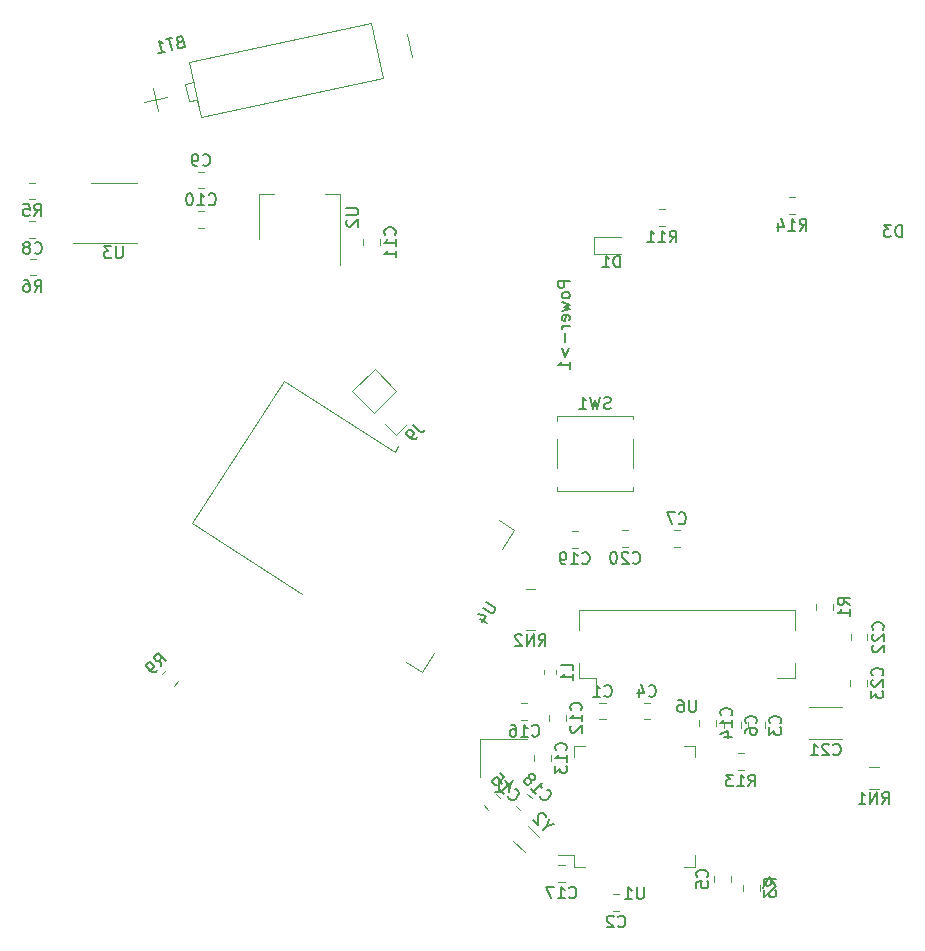
<source format=gbr>
G04 #@! TF.GenerationSoftware,KiCad,Pcbnew,5.1.2*
G04 #@! TF.CreationDate,2019-09-10T23:57:46-05:00*
G04 #@! TF.ProjectId,dragos,64726167-6f73-42e6-9b69-6361645f7063,rev?*
G04 #@! TF.SameCoordinates,Original*
G04 #@! TF.FileFunction,Legend,Bot*
G04 #@! TF.FilePolarity,Positive*
%FSLAX46Y46*%
G04 Gerber Fmt 4.6, Leading zero omitted, Abs format (unit mm)*
G04 Created by KiCad (PCBNEW 5.1.2) date 2019-09-10 23:57:46*
%MOMM*%
%LPD*%
G04 APERTURE LIST*
%ADD10C,0.120000*%
%ADD11C,0.150000*%
G04 APERTURE END LIST*
D10*
X127916231Y-68168192D02*
X143322056Y-64893583D01*
X143322056Y-64893583D02*
X142334475Y-60247382D01*
X142334475Y-60247382D02*
X126928651Y-63521991D01*
X126928651Y-63521991D02*
X127916231Y-68168192D01*
X127916231Y-68168192D02*
X127604364Y-66700970D01*
X127604364Y-66700970D02*
X126870753Y-66856904D01*
X126870753Y-66856904D02*
X126558885Y-65389683D01*
X126558885Y-65389683D02*
X127292496Y-65233749D01*
X124232825Y-67673198D02*
X123817002Y-65716903D01*
X123046766Y-66902962D02*
X125003061Y-66487139D01*
X145752072Y-63099141D02*
X145336249Y-61142846D01*
X162161078Y-119170000D02*
X161643922Y-119170000D01*
X162161078Y-117750000D02*
X161643922Y-117750000D01*
X162793922Y-135400000D02*
X163311078Y-135400000D01*
X162793922Y-133980000D02*
X163311078Y-133980000D01*
X174220000Y-119946078D02*
X174220000Y-119428922D01*
X175640000Y-119946078D02*
X175640000Y-119428922D01*
X165901077Y-117750000D02*
X165383921Y-117750000D01*
X165901077Y-119170000D02*
X165383921Y-119170000D01*
X172750000Y-132413921D02*
X172750000Y-132931077D01*
X171330000Y-132413921D02*
X171330000Y-132931077D01*
X173590000Y-119936078D02*
X173590000Y-119418922D01*
X172170000Y-119936078D02*
X172170000Y-119418922D01*
X168446079Y-103140000D02*
X167928923Y-103140000D01*
X168446079Y-104560000D02*
X167928923Y-104560000D01*
X113888578Y-78390000D02*
X113371422Y-78390000D01*
X113888578Y-76970000D02*
X113371422Y-76970000D01*
X128158578Y-74210000D02*
X127641422Y-74210000D01*
X128158578Y-72790000D02*
X127641422Y-72790000D01*
X128168578Y-76130000D02*
X127651422Y-76130000D01*
X128168578Y-77550000D02*
X127651422Y-77550000D01*
X141610000Y-79046079D02*
X141610000Y-78528923D01*
X143030000Y-79046079D02*
X143030000Y-78528923D01*
X158780000Y-119286079D02*
X158780000Y-118768923D01*
X157360000Y-119286079D02*
X157360000Y-118768923D01*
X156090000Y-122698578D02*
X156090000Y-122181422D01*
X157510000Y-122698578D02*
X157510000Y-122181422D01*
X171490000Y-119741078D02*
X171490000Y-119223922D01*
X170070000Y-119741078D02*
X170070000Y-119223922D01*
X153214888Y-125820796D02*
X152849204Y-125455112D01*
X152210796Y-126824888D02*
X151845112Y-126459204D01*
X155033922Y-117820000D02*
X155551078Y-117820000D01*
X155033922Y-119240000D02*
X155551078Y-119240000D01*
X158173921Y-132940000D02*
X158691077Y-132940000D01*
X158173921Y-131520000D02*
X158691077Y-131520000D01*
X154907883Y-126831975D02*
X154542199Y-126466291D01*
X155911975Y-125827883D02*
X155546291Y-125462199D01*
X161177500Y-78295000D02*
X163462500Y-78295000D01*
X161177500Y-79765000D02*
X161177500Y-78295000D01*
X163462500Y-79765000D02*
X161177500Y-79765000D01*
X140719096Y-91410000D02*
X142600000Y-89529096D01*
X142557573Y-93248477D02*
X140719096Y-91410000D01*
X144438477Y-91367573D02*
X142600000Y-89529096D01*
X142557573Y-93248477D02*
X144438477Y-91367573D01*
X143455599Y-94146503D02*
X144396051Y-95086955D01*
X144396051Y-95086955D02*
X145336503Y-94146503D01*
X158000000Y-115340280D02*
X158000000Y-115014722D01*
X156980000Y-115340280D02*
X156980000Y-115014722D01*
X175220000Y-133688578D02*
X175220000Y-133171422D01*
X173800000Y-133688578D02*
X173800000Y-133171422D01*
X113358922Y-73730000D02*
X113876078Y-73730000D01*
X113358922Y-75150000D02*
X113876078Y-75150000D01*
X113928578Y-80160000D02*
X113411422Y-80160000D01*
X113928578Y-81580000D02*
X113411422Y-81580000D01*
X125967801Y-115956291D02*
X125602117Y-116321975D01*
X124963709Y-114952199D02*
X124598025Y-115317883D01*
X166693922Y-77400000D02*
X167211078Y-77400000D01*
X166693922Y-75980000D02*
X167211078Y-75980000D01*
X173353922Y-122030000D02*
X173871078Y-122030000D01*
X173353922Y-123450000D02*
X173871078Y-123450000D01*
X177693922Y-76400000D02*
X178211078Y-76400000D01*
X177693922Y-74980000D02*
X178211078Y-74980000D01*
X185300000Y-123200000D02*
X184500000Y-123200000D01*
X185300000Y-125040000D02*
X184500000Y-125040000D01*
X156210000Y-108170000D02*
X155410000Y-108170000D01*
X156210000Y-111610000D02*
X155410000Y-111610000D01*
X158050000Y-93870000D02*
X158050000Y-93460000D01*
X158050000Y-93460000D02*
X164470000Y-93460000D01*
X164470000Y-93460000D02*
X164470000Y-93740000D01*
X164470000Y-95470000D02*
X164470000Y-97870000D01*
X164470000Y-99470000D02*
X164470000Y-99880000D01*
X164470000Y-99880000D02*
X158050000Y-99880000D01*
X158050000Y-99880000D02*
X158050000Y-99470000D01*
X158050000Y-97870000D02*
X158050000Y-95470000D01*
X168780000Y-121420000D02*
X169730000Y-121420000D01*
X169730000Y-121420000D02*
X169730000Y-122370000D01*
X160460000Y-121420000D02*
X159510000Y-121420000D01*
X159510000Y-121420000D02*
X159510000Y-122370000D01*
X168780000Y-131640000D02*
X169730000Y-131640000D01*
X169730000Y-131640000D02*
X169730000Y-130690000D01*
X160460000Y-131640000D02*
X159510000Y-131640000D01*
X159510000Y-131640000D02*
X159510000Y-130690000D01*
X159510000Y-130690000D02*
X158170000Y-130690000D01*
X132850000Y-74730000D02*
X134110000Y-74730000D01*
X139670000Y-74730000D02*
X138410000Y-74730000D01*
X132850000Y-78490000D02*
X132850000Y-74730000D01*
X139670000Y-80740000D02*
X139670000Y-74730000D01*
X117060000Y-78840000D02*
X122460000Y-78840000D01*
X118560000Y-73720000D02*
X122460000Y-73720000D01*
X154430414Y-103145438D02*
X153113701Y-102290354D01*
X154430414Y-103145438D02*
X153401046Y-104730525D01*
X147649658Y-113586886D02*
X146620290Y-115171974D01*
X146620290Y-115171974D02*
X145303577Y-114316890D01*
X136489150Y-108592734D02*
X127129586Y-102514562D01*
X127129586Y-102514562D02*
X134939710Y-90488026D01*
X134939710Y-90488026D02*
X144299273Y-96566198D01*
X144299273Y-96566198D02*
X144626057Y-96062996D01*
X151540000Y-124015000D02*
X151540000Y-120865000D01*
X151540000Y-120865000D02*
X155540000Y-120865000D01*
X155304696Y-130392133D02*
X154350101Y-129437538D01*
X156542133Y-129154696D02*
X155587538Y-128200101D01*
X159283922Y-103220000D02*
X159801078Y-103220000D01*
X159283922Y-104640000D02*
X159801078Y-104640000D01*
X163563922Y-104600000D02*
X164081078Y-104600000D01*
X163563922Y-103180000D02*
X164081078Y-103180000D01*
X179397936Y-120860000D02*
X182202064Y-120860000D01*
X179397936Y-118140000D02*
X182202064Y-118140000D01*
X182910000Y-112476079D02*
X182910000Y-111958923D01*
X184330000Y-112476079D02*
X184330000Y-111958923D01*
X184280000Y-116346079D02*
X184280000Y-115828923D01*
X182860000Y-116346079D02*
X182860000Y-115828923D01*
X181430000Y-109906079D02*
X181430000Y-109388923D01*
X180010000Y-109906079D02*
X180010000Y-109388923D01*
X161390000Y-115700000D02*
X159900000Y-115700000D01*
X159900000Y-115700000D02*
X159900000Y-114360000D01*
X176710000Y-115700000D02*
X178200000Y-115700000D01*
X178200000Y-115700000D02*
X178200000Y-114360000D01*
X159900000Y-111640000D02*
X159900000Y-109900000D01*
X159900000Y-109900000D02*
X178200000Y-109900000D01*
X178200000Y-109900000D02*
X178200000Y-111640000D01*
X161390000Y-115700000D02*
X161390000Y-116900000D01*
D11*
X126095814Y-61836895D02*
X125965979Y-61913175D01*
X125929301Y-61969654D01*
X125902524Y-62072711D01*
X125932226Y-62212447D01*
X125998605Y-62295703D01*
X126055084Y-62332381D01*
X126158142Y-62359158D01*
X126530770Y-62279954D01*
X126322858Y-61301806D01*
X125996809Y-61371110D01*
X125913552Y-61437490D01*
X125876874Y-61493969D01*
X125850097Y-61597026D01*
X125869898Y-61690183D01*
X125936278Y-61773439D01*
X125992757Y-61810117D01*
X126095814Y-61836895D01*
X126421863Y-61767591D01*
X125484446Y-61480016D02*
X124925504Y-61598823D01*
X125412887Y-62517567D02*
X125204975Y-61539420D01*
X124295004Y-62755180D02*
X124853945Y-62636374D01*
X124574474Y-62695777D02*
X124366563Y-61717630D01*
X124489421Y-61837564D01*
X124602379Y-61910920D01*
X124705437Y-61937697D01*
X162069166Y-117167142D02*
X162116785Y-117214761D01*
X162259642Y-117262380D01*
X162354880Y-117262380D01*
X162497738Y-117214761D01*
X162592976Y-117119523D01*
X162640595Y-117024285D01*
X162688214Y-116833809D01*
X162688214Y-116690952D01*
X162640595Y-116500476D01*
X162592976Y-116405238D01*
X162497738Y-116310000D01*
X162354880Y-116262380D01*
X162259642Y-116262380D01*
X162116785Y-116310000D01*
X162069166Y-116357619D01*
X161116785Y-117262380D02*
X161688214Y-117262380D01*
X161402500Y-117262380D02*
X161402500Y-116262380D01*
X161497738Y-116405238D01*
X161592976Y-116500476D01*
X161688214Y-116548095D01*
X163219166Y-136697142D02*
X163266785Y-136744761D01*
X163409642Y-136792380D01*
X163504880Y-136792380D01*
X163647738Y-136744761D01*
X163742976Y-136649523D01*
X163790595Y-136554285D01*
X163838214Y-136363809D01*
X163838214Y-136220952D01*
X163790595Y-136030476D01*
X163742976Y-135935238D01*
X163647738Y-135840000D01*
X163504880Y-135792380D01*
X163409642Y-135792380D01*
X163266785Y-135840000D01*
X163219166Y-135887619D01*
X162838214Y-135887619D02*
X162790595Y-135840000D01*
X162695357Y-135792380D01*
X162457261Y-135792380D01*
X162362023Y-135840000D01*
X162314404Y-135887619D01*
X162266785Y-135982857D01*
X162266785Y-136078095D01*
X162314404Y-136220952D01*
X162885833Y-136792380D01*
X162266785Y-136792380D01*
X176937142Y-119520833D02*
X176984761Y-119473214D01*
X177032380Y-119330357D01*
X177032380Y-119235119D01*
X176984761Y-119092261D01*
X176889523Y-118997023D01*
X176794285Y-118949404D01*
X176603809Y-118901785D01*
X176460952Y-118901785D01*
X176270476Y-118949404D01*
X176175238Y-118997023D01*
X176080000Y-119092261D01*
X176032380Y-119235119D01*
X176032380Y-119330357D01*
X176080000Y-119473214D01*
X176127619Y-119520833D01*
X176032380Y-119854166D02*
X176032380Y-120473214D01*
X176413333Y-120139880D01*
X176413333Y-120282738D01*
X176460952Y-120377976D01*
X176508571Y-120425595D01*
X176603809Y-120473214D01*
X176841904Y-120473214D01*
X176937142Y-120425595D01*
X176984761Y-120377976D01*
X177032380Y-120282738D01*
X177032380Y-119997023D01*
X176984761Y-119901785D01*
X176937142Y-119854166D01*
X165809165Y-117167142D02*
X165856784Y-117214761D01*
X165999641Y-117262380D01*
X166094879Y-117262380D01*
X166237737Y-117214761D01*
X166332975Y-117119523D01*
X166380594Y-117024285D01*
X166428213Y-116833809D01*
X166428213Y-116690952D01*
X166380594Y-116500476D01*
X166332975Y-116405238D01*
X166237737Y-116310000D01*
X166094879Y-116262380D01*
X165999641Y-116262380D01*
X165856784Y-116310000D01*
X165809165Y-116357619D01*
X164952022Y-116595714D02*
X164952022Y-117262380D01*
X165190118Y-116214761D02*
X165428213Y-116929047D01*
X164809165Y-116929047D01*
X170747142Y-132505832D02*
X170794761Y-132458213D01*
X170842380Y-132315356D01*
X170842380Y-132220118D01*
X170794761Y-132077260D01*
X170699523Y-131982022D01*
X170604285Y-131934403D01*
X170413809Y-131886784D01*
X170270952Y-131886784D01*
X170080476Y-131934403D01*
X169985238Y-131982022D01*
X169890000Y-132077260D01*
X169842380Y-132220118D01*
X169842380Y-132315356D01*
X169890000Y-132458213D01*
X169937619Y-132505832D01*
X169842380Y-133410594D02*
X169842380Y-132934403D01*
X170318571Y-132886784D01*
X170270952Y-132934403D01*
X170223333Y-133029641D01*
X170223333Y-133267737D01*
X170270952Y-133362975D01*
X170318571Y-133410594D01*
X170413809Y-133458213D01*
X170651904Y-133458213D01*
X170747142Y-133410594D01*
X170794761Y-133362975D01*
X170842380Y-133267737D01*
X170842380Y-133029641D01*
X170794761Y-132934403D01*
X170747142Y-132886784D01*
X174887142Y-119510833D02*
X174934761Y-119463214D01*
X174982380Y-119320357D01*
X174982380Y-119225119D01*
X174934761Y-119082261D01*
X174839523Y-118987023D01*
X174744285Y-118939404D01*
X174553809Y-118891785D01*
X174410952Y-118891785D01*
X174220476Y-118939404D01*
X174125238Y-118987023D01*
X174030000Y-119082261D01*
X173982380Y-119225119D01*
X173982380Y-119320357D01*
X174030000Y-119463214D01*
X174077619Y-119510833D01*
X173982380Y-120367976D02*
X173982380Y-120177500D01*
X174030000Y-120082261D01*
X174077619Y-120034642D01*
X174220476Y-119939404D01*
X174410952Y-119891785D01*
X174791904Y-119891785D01*
X174887142Y-119939404D01*
X174934761Y-119987023D01*
X174982380Y-120082261D01*
X174982380Y-120272738D01*
X174934761Y-120367976D01*
X174887142Y-120415595D01*
X174791904Y-120463214D01*
X174553809Y-120463214D01*
X174458571Y-120415595D01*
X174410952Y-120367976D01*
X174363333Y-120272738D01*
X174363333Y-120082261D01*
X174410952Y-119987023D01*
X174458571Y-119939404D01*
X174553809Y-119891785D01*
X168354167Y-102557142D02*
X168401786Y-102604761D01*
X168544643Y-102652380D01*
X168639881Y-102652380D01*
X168782739Y-102604761D01*
X168877977Y-102509523D01*
X168925596Y-102414285D01*
X168973215Y-102223809D01*
X168973215Y-102080952D01*
X168925596Y-101890476D01*
X168877977Y-101795238D01*
X168782739Y-101700000D01*
X168639881Y-101652380D01*
X168544643Y-101652380D01*
X168401786Y-101700000D01*
X168354167Y-101747619D01*
X168020834Y-101652380D02*
X167354167Y-101652380D01*
X167782739Y-102652380D01*
X113816666Y-79667142D02*
X113864285Y-79714761D01*
X114007142Y-79762380D01*
X114102380Y-79762380D01*
X114245238Y-79714761D01*
X114340476Y-79619523D01*
X114388095Y-79524285D01*
X114435714Y-79333809D01*
X114435714Y-79190952D01*
X114388095Y-79000476D01*
X114340476Y-78905238D01*
X114245238Y-78810000D01*
X114102380Y-78762380D01*
X114007142Y-78762380D01*
X113864285Y-78810000D01*
X113816666Y-78857619D01*
X113245238Y-79190952D02*
X113340476Y-79143333D01*
X113388095Y-79095714D01*
X113435714Y-79000476D01*
X113435714Y-78952857D01*
X113388095Y-78857619D01*
X113340476Y-78810000D01*
X113245238Y-78762380D01*
X113054761Y-78762380D01*
X112959523Y-78810000D01*
X112911904Y-78857619D01*
X112864285Y-78952857D01*
X112864285Y-79000476D01*
X112911904Y-79095714D01*
X112959523Y-79143333D01*
X113054761Y-79190952D01*
X113245238Y-79190952D01*
X113340476Y-79238571D01*
X113388095Y-79286190D01*
X113435714Y-79381428D01*
X113435714Y-79571904D01*
X113388095Y-79667142D01*
X113340476Y-79714761D01*
X113245238Y-79762380D01*
X113054761Y-79762380D01*
X112959523Y-79714761D01*
X112911904Y-79667142D01*
X112864285Y-79571904D01*
X112864285Y-79381428D01*
X112911904Y-79286190D01*
X112959523Y-79238571D01*
X113054761Y-79190952D01*
X128066666Y-72207142D02*
X128114285Y-72254761D01*
X128257142Y-72302380D01*
X128352380Y-72302380D01*
X128495238Y-72254761D01*
X128590476Y-72159523D01*
X128638095Y-72064285D01*
X128685714Y-71873809D01*
X128685714Y-71730952D01*
X128638095Y-71540476D01*
X128590476Y-71445238D01*
X128495238Y-71350000D01*
X128352380Y-71302380D01*
X128257142Y-71302380D01*
X128114285Y-71350000D01*
X128066666Y-71397619D01*
X127590476Y-72302380D02*
X127400000Y-72302380D01*
X127304761Y-72254761D01*
X127257142Y-72207142D01*
X127161904Y-72064285D01*
X127114285Y-71873809D01*
X127114285Y-71492857D01*
X127161904Y-71397619D01*
X127209523Y-71350000D01*
X127304761Y-71302380D01*
X127495238Y-71302380D01*
X127590476Y-71350000D01*
X127638095Y-71397619D01*
X127685714Y-71492857D01*
X127685714Y-71730952D01*
X127638095Y-71826190D01*
X127590476Y-71873809D01*
X127495238Y-71921428D01*
X127304761Y-71921428D01*
X127209523Y-71873809D01*
X127161904Y-71826190D01*
X127114285Y-71730952D01*
X128552857Y-75547142D02*
X128600476Y-75594761D01*
X128743333Y-75642380D01*
X128838571Y-75642380D01*
X128981428Y-75594761D01*
X129076666Y-75499523D01*
X129124285Y-75404285D01*
X129171904Y-75213809D01*
X129171904Y-75070952D01*
X129124285Y-74880476D01*
X129076666Y-74785238D01*
X128981428Y-74690000D01*
X128838571Y-74642380D01*
X128743333Y-74642380D01*
X128600476Y-74690000D01*
X128552857Y-74737619D01*
X127600476Y-75642380D02*
X128171904Y-75642380D01*
X127886190Y-75642380D02*
X127886190Y-74642380D01*
X127981428Y-74785238D01*
X128076666Y-74880476D01*
X128171904Y-74928095D01*
X126981428Y-74642380D02*
X126886190Y-74642380D01*
X126790952Y-74690000D01*
X126743333Y-74737619D01*
X126695714Y-74832857D01*
X126648095Y-75023333D01*
X126648095Y-75261428D01*
X126695714Y-75451904D01*
X126743333Y-75547142D01*
X126790952Y-75594761D01*
X126886190Y-75642380D01*
X126981428Y-75642380D01*
X127076666Y-75594761D01*
X127124285Y-75547142D01*
X127171904Y-75451904D01*
X127219523Y-75261428D01*
X127219523Y-75023333D01*
X127171904Y-74832857D01*
X127124285Y-74737619D01*
X127076666Y-74690000D01*
X126981428Y-74642380D01*
X144327142Y-78144643D02*
X144374761Y-78097024D01*
X144422380Y-77954167D01*
X144422380Y-77858929D01*
X144374761Y-77716072D01*
X144279523Y-77620834D01*
X144184285Y-77573215D01*
X143993809Y-77525596D01*
X143850952Y-77525596D01*
X143660476Y-77573215D01*
X143565238Y-77620834D01*
X143470000Y-77716072D01*
X143422380Y-77858929D01*
X143422380Y-77954167D01*
X143470000Y-78097024D01*
X143517619Y-78144643D01*
X144422380Y-79097024D02*
X144422380Y-78525596D01*
X144422380Y-78811310D02*
X143422380Y-78811310D01*
X143565238Y-78716072D01*
X143660476Y-78620834D01*
X143708095Y-78525596D01*
X144422380Y-80049405D02*
X144422380Y-79477977D01*
X144422380Y-79763691D02*
X143422380Y-79763691D01*
X143565238Y-79668453D01*
X143660476Y-79573215D01*
X143708095Y-79477977D01*
X160077142Y-118384643D02*
X160124761Y-118337024D01*
X160172380Y-118194167D01*
X160172380Y-118098929D01*
X160124761Y-117956072D01*
X160029523Y-117860834D01*
X159934285Y-117813215D01*
X159743809Y-117765596D01*
X159600952Y-117765596D01*
X159410476Y-117813215D01*
X159315238Y-117860834D01*
X159220000Y-117956072D01*
X159172380Y-118098929D01*
X159172380Y-118194167D01*
X159220000Y-118337024D01*
X159267619Y-118384643D01*
X160172380Y-119337024D02*
X160172380Y-118765596D01*
X160172380Y-119051310D02*
X159172380Y-119051310D01*
X159315238Y-118956072D01*
X159410476Y-118860834D01*
X159458095Y-118765596D01*
X159267619Y-119717977D02*
X159220000Y-119765596D01*
X159172380Y-119860834D01*
X159172380Y-120098929D01*
X159220000Y-120194167D01*
X159267619Y-120241786D01*
X159362857Y-120289405D01*
X159458095Y-120289405D01*
X159600952Y-120241786D01*
X160172380Y-119670358D01*
X160172380Y-120289405D01*
X158807142Y-121797142D02*
X158854761Y-121749523D01*
X158902380Y-121606666D01*
X158902380Y-121511428D01*
X158854761Y-121368571D01*
X158759523Y-121273333D01*
X158664285Y-121225714D01*
X158473809Y-121178095D01*
X158330952Y-121178095D01*
X158140476Y-121225714D01*
X158045238Y-121273333D01*
X157950000Y-121368571D01*
X157902380Y-121511428D01*
X157902380Y-121606666D01*
X157950000Y-121749523D01*
X157997619Y-121797142D01*
X158902380Y-122749523D02*
X158902380Y-122178095D01*
X158902380Y-122463809D02*
X157902380Y-122463809D01*
X158045238Y-122368571D01*
X158140476Y-122273333D01*
X158188095Y-122178095D01*
X157902380Y-123082857D02*
X157902380Y-123701904D01*
X158283333Y-123368571D01*
X158283333Y-123511428D01*
X158330952Y-123606666D01*
X158378571Y-123654285D01*
X158473809Y-123701904D01*
X158711904Y-123701904D01*
X158807142Y-123654285D01*
X158854761Y-123606666D01*
X158902380Y-123511428D01*
X158902380Y-123225714D01*
X158854761Y-123130476D01*
X158807142Y-123082857D01*
X172787142Y-118839642D02*
X172834761Y-118792023D01*
X172882380Y-118649166D01*
X172882380Y-118553928D01*
X172834761Y-118411071D01*
X172739523Y-118315833D01*
X172644285Y-118268214D01*
X172453809Y-118220595D01*
X172310952Y-118220595D01*
X172120476Y-118268214D01*
X172025238Y-118315833D01*
X171930000Y-118411071D01*
X171882380Y-118553928D01*
X171882380Y-118649166D01*
X171930000Y-118792023D01*
X171977619Y-118839642D01*
X172882380Y-119792023D02*
X172882380Y-119220595D01*
X172882380Y-119506309D02*
X171882380Y-119506309D01*
X172025238Y-119411071D01*
X172120476Y-119315833D01*
X172168095Y-119220595D01*
X172215714Y-120649166D02*
X172882380Y-120649166D01*
X171834761Y-120411071D02*
X172549047Y-120172976D01*
X172549047Y-120792023D01*
X153898756Y-125680380D02*
X153898756Y-125747724D01*
X153966100Y-125882411D01*
X154033443Y-125949754D01*
X154168130Y-126017098D01*
X154302817Y-126017098D01*
X154403832Y-125983426D01*
X154572191Y-125882411D01*
X154673206Y-125781396D01*
X154774222Y-125613037D01*
X154807893Y-125512022D01*
X154807893Y-125377335D01*
X154740550Y-125242648D01*
X154673206Y-125175304D01*
X154538519Y-125107961D01*
X154471176Y-125107961D01*
X153157977Y-125074289D02*
X153562038Y-125478350D01*
X153360008Y-125276319D02*
X154067115Y-124569212D01*
X154033443Y-124737571D01*
X154033443Y-124872258D01*
X154067115Y-124973273D01*
X153225321Y-123727419D02*
X153562038Y-124064136D01*
X153258993Y-124434525D01*
X153258993Y-124367182D01*
X153225321Y-124266167D01*
X153056962Y-124097808D01*
X152955947Y-124064136D01*
X152888603Y-124064136D01*
X152787588Y-124097808D01*
X152619229Y-124266167D01*
X152585558Y-124367182D01*
X152585558Y-124434525D01*
X152619229Y-124535541D01*
X152787588Y-124703899D01*
X152888603Y-124737571D01*
X152955947Y-124737571D01*
X155935357Y-120537142D02*
X155982976Y-120584761D01*
X156125833Y-120632380D01*
X156221071Y-120632380D01*
X156363928Y-120584761D01*
X156459166Y-120489523D01*
X156506785Y-120394285D01*
X156554404Y-120203809D01*
X156554404Y-120060952D01*
X156506785Y-119870476D01*
X156459166Y-119775238D01*
X156363928Y-119680000D01*
X156221071Y-119632380D01*
X156125833Y-119632380D01*
X155982976Y-119680000D01*
X155935357Y-119727619D01*
X154982976Y-120632380D02*
X155554404Y-120632380D01*
X155268690Y-120632380D02*
X155268690Y-119632380D01*
X155363928Y-119775238D01*
X155459166Y-119870476D01*
X155554404Y-119918095D01*
X154125833Y-119632380D02*
X154316309Y-119632380D01*
X154411547Y-119680000D01*
X154459166Y-119727619D01*
X154554404Y-119870476D01*
X154602023Y-120060952D01*
X154602023Y-120441904D01*
X154554404Y-120537142D01*
X154506785Y-120584761D01*
X154411547Y-120632380D01*
X154221071Y-120632380D01*
X154125833Y-120584761D01*
X154078214Y-120537142D01*
X154030595Y-120441904D01*
X154030595Y-120203809D01*
X154078214Y-120108571D01*
X154125833Y-120060952D01*
X154221071Y-120013333D01*
X154411547Y-120013333D01*
X154506785Y-120060952D01*
X154554404Y-120108571D01*
X154602023Y-120203809D01*
X159075356Y-134237142D02*
X159122975Y-134284761D01*
X159265832Y-134332380D01*
X159361070Y-134332380D01*
X159503927Y-134284761D01*
X159599165Y-134189523D01*
X159646784Y-134094285D01*
X159694403Y-133903809D01*
X159694403Y-133760952D01*
X159646784Y-133570476D01*
X159599165Y-133475238D01*
X159503927Y-133380000D01*
X159361070Y-133332380D01*
X159265832Y-133332380D01*
X159122975Y-133380000D01*
X159075356Y-133427619D01*
X158122975Y-134332380D02*
X158694403Y-134332380D01*
X158408689Y-134332380D02*
X158408689Y-133332380D01*
X158503927Y-133475238D01*
X158599165Y-133570476D01*
X158694403Y-133618095D01*
X157789641Y-133332380D02*
X157122975Y-133332380D01*
X157551546Y-134332380D01*
X156595843Y-125687467D02*
X156595843Y-125754811D01*
X156663187Y-125889498D01*
X156730530Y-125956841D01*
X156865217Y-126024185D01*
X156999904Y-126024185D01*
X157100919Y-125990513D01*
X157269278Y-125889498D01*
X157370293Y-125788483D01*
X157471309Y-125620124D01*
X157504980Y-125519109D01*
X157504980Y-125384422D01*
X157437637Y-125249735D01*
X157370293Y-125182391D01*
X157235606Y-125115048D01*
X157168263Y-125115048D01*
X155855064Y-125081376D02*
X156259125Y-125485437D01*
X156057095Y-125283406D02*
X156764202Y-124576299D01*
X156730530Y-124744658D01*
X156730530Y-124879345D01*
X156764202Y-124980360D01*
X155855064Y-124273254D02*
X155956080Y-124306925D01*
X156023423Y-124306925D01*
X156124438Y-124273254D01*
X156158110Y-124239582D01*
X156191782Y-124138567D01*
X156191782Y-124071223D01*
X156158110Y-123970208D01*
X156023423Y-123835521D01*
X155922408Y-123801849D01*
X155855064Y-123801849D01*
X155754049Y-123835521D01*
X155720377Y-123869193D01*
X155686706Y-123970208D01*
X155686706Y-124037551D01*
X155720377Y-124138567D01*
X155855064Y-124273254D01*
X155888736Y-124374269D01*
X155888736Y-124441612D01*
X155855064Y-124542628D01*
X155720377Y-124677315D01*
X155619362Y-124710986D01*
X155552019Y-124710986D01*
X155451003Y-124677315D01*
X155316316Y-124542628D01*
X155282645Y-124441612D01*
X155282645Y-124374269D01*
X155316316Y-124273254D01*
X155451003Y-124138567D01*
X155552019Y-124104895D01*
X155619362Y-124104895D01*
X155720377Y-124138567D01*
X163400595Y-80912380D02*
X163400595Y-79912380D01*
X163162500Y-79912380D01*
X163019642Y-79960000D01*
X162924404Y-80055238D01*
X162876785Y-80150476D01*
X162829166Y-80340952D01*
X162829166Y-80483809D01*
X162876785Y-80674285D01*
X162924404Y-80769523D01*
X163019642Y-80864761D01*
X163162500Y-80912380D01*
X163400595Y-80912380D01*
X161876785Y-80912380D02*
X162448214Y-80912380D01*
X162162500Y-80912380D02*
X162162500Y-79912380D01*
X162257738Y-80055238D01*
X162352976Y-80150476D01*
X162448214Y-80198095D01*
X187248095Y-78312380D02*
X187248095Y-77312380D01*
X187010000Y-77312380D01*
X186867142Y-77360000D01*
X186771904Y-77455238D01*
X186724285Y-77550476D01*
X186676666Y-77740952D01*
X186676666Y-77883809D01*
X186724285Y-78074285D01*
X186771904Y-78169523D01*
X186867142Y-78264761D01*
X187010000Y-78312380D01*
X187248095Y-78312380D01*
X186343333Y-77312380D02*
X185724285Y-77312380D01*
X186057619Y-77693333D01*
X185914761Y-77693333D01*
X185819523Y-77740952D01*
X185771904Y-77788571D01*
X185724285Y-77883809D01*
X185724285Y-78121904D01*
X185771904Y-78217142D01*
X185819523Y-78264761D01*
X185914761Y-78312380D01*
X186200476Y-78312380D01*
X186295714Y-78264761D01*
X186343333Y-78217142D01*
X176630570Y-133305467D02*
X176075466Y-133754982D01*
X175994412Y-133881892D01*
X175980334Y-134015841D01*
X176033230Y-134156829D01*
X176093165Y-134230843D01*
X176390829Y-133009412D02*
X175971282Y-132491314D01*
X175463845Y-133453697D01*
X145892087Y-94230682D02*
X146397163Y-94735758D01*
X146531850Y-94803102D01*
X146666537Y-94803102D01*
X146801224Y-94735758D01*
X146868567Y-94668415D01*
X146228804Y-95308178D02*
X146094117Y-95442865D01*
X145993102Y-95476537D01*
X145925758Y-95476537D01*
X145757400Y-95442865D01*
X145589041Y-95341850D01*
X145319667Y-95072476D01*
X145285995Y-94971461D01*
X145285995Y-94904117D01*
X145319667Y-94803102D01*
X145454354Y-94668415D01*
X145555369Y-94634743D01*
X145622713Y-94634743D01*
X145723728Y-94668415D01*
X145892087Y-94836774D01*
X145925758Y-94937789D01*
X145925758Y-95005132D01*
X145892087Y-95106148D01*
X145757400Y-95240835D01*
X145656384Y-95274506D01*
X145589041Y-95274506D01*
X145488026Y-95240835D01*
X159372380Y-115010834D02*
X159372380Y-114534643D01*
X158372380Y-114534643D01*
X159372380Y-115867977D02*
X159372380Y-115296548D01*
X159372380Y-115582262D02*
X158372380Y-115582262D01*
X158515238Y-115487024D01*
X158610476Y-115391786D01*
X158658095Y-115296548D01*
X176612380Y-133263333D02*
X176136190Y-132930000D01*
X176612380Y-132691904D02*
X175612380Y-132691904D01*
X175612380Y-133072857D01*
X175660000Y-133168095D01*
X175707619Y-133215714D01*
X175802857Y-133263333D01*
X175945714Y-133263333D01*
X176040952Y-133215714D01*
X176088571Y-133168095D01*
X176136190Y-133072857D01*
X176136190Y-132691904D01*
X175612380Y-133596666D02*
X175612380Y-134215714D01*
X175993333Y-133882380D01*
X175993333Y-134025238D01*
X176040952Y-134120476D01*
X176088571Y-134168095D01*
X176183809Y-134215714D01*
X176421904Y-134215714D01*
X176517142Y-134168095D01*
X176564761Y-134120476D01*
X176612380Y-134025238D01*
X176612380Y-133739523D01*
X176564761Y-133644285D01*
X176517142Y-133596666D01*
X113784166Y-76542380D02*
X114117500Y-76066190D01*
X114355595Y-76542380D02*
X114355595Y-75542380D01*
X113974642Y-75542380D01*
X113879404Y-75590000D01*
X113831785Y-75637619D01*
X113784166Y-75732857D01*
X113784166Y-75875714D01*
X113831785Y-75970952D01*
X113879404Y-76018571D01*
X113974642Y-76066190D01*
X114355595Y-76066190D01*
X112879404Y-75542380D02*
X113355595Y-75542380D01*
X113403214Y-76018571D01*
X113355595Y-75970952D01*
X113260357Y-75923333D01*
X113022261Y-75923333D01*
X112927023Y-75970952D01*
X112879404Y-76018571D01*
X112831785Y-76113809D01*
X112831785Y-76351904D01*
X112879404Y-76447142D01*
X112927023Y-76494761D01*
X113022261Y-76542380D01*
X113260357Y-76542380D01*
X113355595Y-76494761D01*
X113403214Y-76447142D01*
X113816666Y-82972380D02*
X114150000Y-82496190D01*
X114388095Y-82972380D02*
X114388095Y-81972380D01*
X114007142Y-81972380D01*
X113911904Y-82020000D01*
X113864285Y-82067619D01*
X113816666Y-82162857D01*
X113816666Y-82305714D01*
X113864285Y-82400952D01*
X113911904Y-82448571D01*
X114007142Y-82496190D01*
X114388095Y-82496190D01*
X112959523Y-81972380D02*
X113150000Y-81972380D01*
X113245238Y-82020000D01*
X113292857Y-82067619D01*
X113388095Y-82210476D01*
X113435714Y-82400952D01*
X113435714Y-82781904D01*
X113388095Y-82877142D01*
X113340476Y-82924761D01*
X113245238Y-82972380D01*
X113054761Y-82972380D01*
X112959523Y-82924761D01*
X112911904Y-82877142D01*
X112864285Y-82781904D01*
X112864285Y-82543809D01*
X112911904Y-82448571D01*
X112959523Y-82400952D01*
X113054761Y-82353333D01*
X113245238Y-82353333D01*
X113340476Y-82400952D01*
X113388095Y-82448571D01*
X113435714Y-82543809D01*
X124553919Y-114672391D02*
X124452904Y-114099971D01*
X124957980Y-114268330D02*
X124250874Y-113561223D01*
X123981499Y-113830597D01*
X123947828Y-113931612D01*
X123947828Y-113998956D01*
X123981499Y-114099971D01*
X124082515Y-114200986D01*
X124183530Y-114234658D01*
X124250874Y-114234658D01*
X124351889Y-114200986D01*
X124621263Y-113931612D01*
X124217202Y-115009109D02*
X124082515Y-115143796D01*
X123981499Y-115177467D01*
X123914156Y-115177467D01*
X123745797Y-115143796D01*
X123577438Y-115042780D01*
X123308064Y-114773406D01*
X123274393Y-114672391D01*
X123274393Y-114605048D01*
X123308064Y-114504032D01*
X123442751Y-114369345D01*
X123543767Y-114335673D01*
X123611110Y-114335673D01*
X123712125Y-114369345D01*
X123880484Y-114537704D01*
X123914156Y-114638719D01*
X123914156Y-114706063D01*
X123880484Y-114807078D01*
X123745797Y-114941765D01*
X123644782Y-114975437D01*
X123577438Y-114975437D01*
X123476423Y-114941765D01*
X167595357Y-78792380D02*
X167928690Y-78316190D01*
X168166785Y-78792380D02*
X168166785Y-77792380D01*
X167785833Y-77792380D01*
X167690595Y-77840000D01*
X167642976Y-77887619D01*
X167595357Y-77982857D01*
X167595357Y-78125714D01*
X167642976Y-78220952D01*
X167690595Y-78268571D01*
X167785833Y-78316190D01*
X168166785Y-78316190D01*
X166642976Y-78792380D02*
X167214404Y-78792380D01*
X166928690Y-78792380D02*
X166928690Y-77792380D01*
X167023928Y-77935238D01*
X167119166Y-78030476D01*
X167214404Y-78078095D01*
X165690595Y-78792380D02*
X166262023Y-78792380D01*
X165976309Y-78792380D02*
X165976309Y-77792380D01*
X166071547Y-77935238D01*
X166166785Y-78030476D01*
X166262023Y-78078095D01*
X174255357Y-124842380D02*
X174588690Y-124366190D01*
X174826785Y-124842380D02*
X174826785Y-123842380D01*
X174445833Y-123842380D01*
X174350595Y-123890000D01*
X174302976Y-123937619D01*
X174255357Y-124032857D01*
X174255357Y-124175714D01*
X174302976Y-124270952D01*
X174350595Y-124318571D01*
X174445833Y-124366190D01*
X174826785Y-124366190D01*
X173302976Y-124842380D02*
X173874404Y-124842380D01*
X173588690Y-124842380D02*
X173588690Y-123842380D01*
X173683928Y-123985238D01*
X173779166Y-124080476D01*
X173874404Y-124128095D01*
X172969642Y-123842380D02*
X172350595Y-123842380D01*
X172683928Y-124223333D01*
X172541071Y-124223333D01*
X172445833Y-124270952D01*
X172398214Y-124318571D01*
X172350595Y-124413809D01*
X172350595Y-124651904D01*
X172398214Y-124747142D01*
X172445833Y-124794761D01*
X172541071Y-124842380D01*
X172826785Y-124842380D01*
X172922023Y-124794761D01*
X172969642Y-124747142D01*
X178595357Y-77792380D02*
X178928690Y-77316190D01*
X179166785Y-77792380D02*
X179166785Y-76792380D01*
X178785833Y-76792380D01*
X178690595Y-76840000D01*
X178642976Y-76887619D01*
X178595357Y-76982857D01*
X178595357Y-77125714D01*
X178642976Y-77220952D01*
X178690595Y-77268571D01*
X178785833Y-77316190D01*
X179166785Y-77316190D01*
X177642976Y-77792380D02*
X178214404Y-77792380D01*
X177928690Y-77792380D02*
X177928690Y-76792380D01*
X178023928Y-76935238D01*
X178119166Y-77030476D01*
X178214404Y-77078095D01*
X176785833Y-77125714D02*
X176785833Y-77792380D01*
X177023928Y-76744761D02*
X177262023Y-77459047D01*
X176642976Y-77459047D01*
X185590476Y-126322380D02*
X185923809Y-125846190D01*
X186161904Y-126322380D02*
X186161904Y-125322380D01*
X185780952Y-125322380D01*
X185685714Y-125370000D01*
X185638095Y-125417619D01*
X185590476Y-125512857D01*
X185590476Y-125655714D01*
X185638095Y-125750952D01*
X185685714Y-125798571D01*
X185780952Y-125846190D01*
X186161904Y-125846190D01*
X185161904Y-126322380D02*
X185161904Y-125322380D01*
X184590476Y-126322380D01*
X184590476Y-125322380D01*
X183590476Y-126322380D02*
X184161904Y-126322380D01*
X183876190Y-126322380D02*
X183876190Y-125322380D01*
X183971428Y-125465238D01*
X184066666Y-125560476D01*
X184161904Y-125608095D01*
X156500476Y-112942380D02*
X156833809Y-112466190D01*
X157071904Y-112942380D02*
X157071904Y-111942380D01*
X156690952Y-111942380D01*
X156595714Y-111990000D01*
X156548095Y-112037619D01*
X156500476Y-112132857D01*
X156500476Y-112275714D01*
X156548095Y-112370952D01*
X156595714Y-112418571D01*
X156690952Y-112466190D01*
X157071904Y-112466190D01*
X156071904Y-112942380D02*
X156071904Y-111942380D01*
X155500476Y-112942380D01*
X155500476Y-111942380D01*
X155071904Y-112037619D02*
X155024285Y-111990000D01*
X154929047Y-111942380D01*
X154690952Y-111942380D01*
X154595714Y-111990000D01*
X154548095Y-112037619D01*
X154500476Y-112132857D01*
X154500476Y-112228095D01*
X154548095Y-112370952D01*
X155119523Y-112942380D01*
X154500476Y-112942380D01*
X162593333Y-92834761D02*
X162450476Y-92882380D01*
X162212380Y-92882380D01*
X162117142Y-92834761D01*
X162069523Y-92787142D01*
X162021904Y-92691904D01*
X162021904Y-92596666D01*
X162069523Y-92501428D01*
X162117142Y-92453809D01*
X162212380Y-92406190D01*
X162402857Y-92358571D01*
X162498095Y-92310952D01*
X162545714Y-92263333D01*
X162593333Y-92168095D01*
X162593333Y-92072857D01*
X162545714Y-91977619D01*
X162498095Y-91930000D01*
X162402857Y-91882380D01*
X162164761Y-91882380D01*
X162021904Y-91930000D01*
X161688571Y-91882380D02*
X161450476Y-92882380D01*
X161260000Y-92168095D01*
X161069523Y-92882380D01*
X160831428Y-91882380D01*
X159926666Y-92882380D02*
X160498095Y-92882380D01*
X160212380Y-92882380D02*
X160212380Y-91882380D01*
X160307619Y-92025238D01*
X160402857Y-92120476D01*
X160498095Y-92168095D01*
X159132380Y-82059523D02*
X158132380Y-82059523D01*
X158132380Y-82440476D01*
X158180000Y-82535714D01*
X158227619Y-82583333D01*
X158322857Y-82630952D01*
X158465714Y-82630952D01*
X158560952Y-82583333D01*
X158608571Y-82535714D01*
X158656190Y-82440476D01*
X158656190Y-82059523D01*
X159132380Y-83202380D02*
X159084761Y-83107142D01*
X159037142Y-83059523D01*
X158941904Y-83011904D01*
X158656190Y-83011904D01*
X158560952Y-83059523D01*
X158513333Y-83107142D01*
X158465714Y-83202380D01*
X158465714Y-83345238D01*
X158513333Y-83440476D01*
X158560952Y-83488095D01*
X158656190Y-83535714D01*
X158941904Y-83535714D01*
X159037142Y-83488095D01*
X159084761Y-83440476D01*
X159132380Y-83345238D01*
X159132380Y-83202380D01*
X158465714Y-83869047D02*
X159132380Y-84059523D01*
X158656190Y-84250000D01*
X159132380Y-84440476D01*
X158465714Y-84630952D01*
X159084761Y-85392857D02*
X159132380Y-85297619D01*
X159132380Y-85107142D01*
X159084761Y-85011904D01*
X158989523Y-84964285D01*
X158608571Y-84964285D01*
X158513333Y-85011904D01*
X158465714Y-85107142D01*
X158465714Y-85297619D01*
X158513333Y-85392857D01*
X158608571Y-85440476D01*
X158703809Y-85440476D01*
X158799047Y-84964285D01*
X159132380Y-85869047D02*
X158465714Y-85869047D01*
X158656190Y-85869047D02*
X158560952Y-85916666D01*
X158513333Y-85964285D01*
X158465714Y-86059523D01*
X158465714Y-86154761D01*
X158751428Y-86488095D02*
X158751428Y-87250000D01*
X158465714Y-87726190D02*
X158751428Y-88488095D01*
X159037142Y-87726190D01*
X159132380Y-89488095D02*
X159132380Y-88916666D01*
X159132380Y-89202380D02*
X158132380Y-89202380D01*
X158275238Y-89107142D01*
X158370476Y-89011904D01*
X158418095Y-88916666D01*
X165381904Y-133382380D02*
X165381904Y-134191904D01*
X165334285Y-134287142D01*
X165286666Y-134334761D01*
X165191428Y-134382380D01*
X165000952Y-134382380D01*
X164905714Y-134334761D01*
X164858095Y-134287142D01*
X164810476Y-134191904D01*
X164810476Y-133382380D01*
X163810476Y-134382380D02*
X164381904Y-134382380D01*
X164096190Y-134382380D02*
X164096190Y-133382380D01*
X164191428Y-133525238D01*
X164286666Y-133620476D01*
X164381904Y-133668095D01*
X140212380Y-75878095D02*
X141021904Y-75878095D01*
X141117142Y-75925714D01*
X141164761Y-75973333D01*
X141212380Y-76068571D01*
X141212380Y-76259047D01*
X141164761Y-76354285D01*
X141117142Y-76401904D01*
X141021904Y-76449523D01*
X140212380Y-76449523D01*
X140307619Y-76878095D02*
X140260000Y-76925714D01*
X140212380Y-77020952D01*
X140212380Y-77259047D01*
X140260000Y-77354285D01*
X140307619Y-77401904D01*
X140402857Y-77449523D01*
X140498095Y-77449523D01*
X140640952Y-77401904D01*
X141212380Y-76830476D01*
X141212380Y-77449523D01*
X121271904Y-79132380D02*
X121271904Y-79941904D01*
X121224285Y-80037142D01*
X121176666Y-80084761D01*
X121081428Y-80132380D01*
X120890952Y-80132380D01*
X120795714Y-80084761D01*
X120748095Y-80037142D01*
X120700476Y-79941904D01*
X120700476Y-79132380D01*
X120319523Y-79132380D02*
X119700476Y-79132380D01*
X120033809Y-79513333D01*
X119890952Y-79513333D01*
X119795714Y-79560952D01*
X119748095Y-79608571D01*
X119700476Y-79703809D01*
X119700476Y-79941904D01*
X119748095Y-80037142D01*
X119795714Y-80084761D01*
X119890952Y-80132380D01*
X120176666Y-80132380D01*
X120271904Y-80084761D01*
X120319523Y-80037142D01*
X152057744Y-109245385D02*
X152736667Y-109686283D01*
X152790606Y-109778090D01*
X152804607Y-109843962D01*
X152792673Y-109949771D01*
X152688933Y-110109517D01*
X152597126Y-110163455D01*
X152531254Y-110177457D01*
X152425445Y-110165523D01*
X151746521Y-109724625D01*
X151533309Y-110664969D02*
X152092423Y-111028061D01*
X151343492Y-110257804D02*
X152072218Y-110447148D01*
X151735061Y-110966325D01*
X154016190Y-124866190D02*
X154016190Y-125342380D01*
X154349523Y-124342380D02*
X154016190Y-124866190D01*
X153682857Y-124342380D01*
X152825714Y-125342380D02*
X153397142Y-125342380D01*
X153111428Y-125342380D02*
X153111428Y-124342380D01*
X153206666Y-124485238D01*
X153301904Y-124580476D01*
X153397142Y-124628095D01*
X157213884Y-128201784D02*
X156877166Y-128538502D01*
X157819975Y-128067097D02*
X157213884Y-128201784D01*
X157348571Y-127595693D01*
X157079197Y-127461006D02*
X157079197Y-127393662D01*
X157045525Y-127292647D01*
X156877166Y-127124288D01*
X156776151Y-127090616D01*
X156708808Y-127090616D01*
X156607792Y-127124288D01*
X156540449Y-127191632D01*
X156473105Y-127326319D01*
X156473105Y-128134441D01*
X156035373Y-127696708D01*
X160185357Y-105937142D02*
X160232976Y-105984761D01*
X160375833Y-106032380D01*
X160471071Y-106032380D01*
X160613928Y-105984761D01*
X160709166Y-105889523D01*
X160756785Y-105794285D01*
X160804404Y-105603809D01*
X160804404Y-105460952D01*
X160756785Y-105270476D01*
X160709166Y-105175238D01*
X160613928Y-105080000D01*
X160471071Y-105032380D01*
X160375833Y-105032380D01*
X160232976Y-105080000D01*
X160185357Y-105127619D01*
X159232976Y-106032380D02*
X159804404Y-106032380D01*
X159518690Y-106032380D02*
X159518690Y-105032380D01*
X159613928Y-105175238D01*
X159709166Y-105270476D01*
X159804404Y-105318095D01*
X158756785Y-106032380D02*
X158566309Y-106032380D01*
X158471071Y-105984761D01*
X158423452Y-105937142D01*
X158328214Y-105794285D01*
X158280595Y-105603809D01*
X158280595Y-105222857D01*
X158328214Y-105127619D01*
X158375833Y-105080000D01*
X158471071Y-105032380D01*
X158661547Y-105032380D01*
X158756785Y-105080000D01*
X158804404Y-105127619D01*
X158852023Y-105222857D01*
X158852023Y-105460952D01*
X158804404Y-105556190D01*
X158756785Y-105603809D01*
X158661547Y-105651428D01*
X158471071Y-105651428D01*
X158375833Y-105603809D01*
X158328214Y-105556190D01*
X158280595Y-105460952D01*
X164465357Y-105897142D02*
X164512976Y-105944761D01*
X164655833Y-105992380D01*
X164751071Y-105992380D01*
X164893928Y-105944761D01*
X164989166Y-105849523D01*
X165036785Y-105754285D01*
X165084404Y-105563809D01*
X165084404Y-105420952D01*
X165036785Y-105230476D01*
X164989166Y-105135238D01*
X164893928Y-105040000D01*
X164751071Y-104992380D01*
X164655833Y-104992380D01*
X164512976Y-105040000D01*
X164465357Y-105087619D01*
X164084404Y-105087619D02*
X164036785Y-105040000D01*
X163941547Y-104992380D01*
X163703452Y-104992380D01*
X163608214Y-105040000D01*
X163560595Y-105087619D01*
X163512976Y-105182857D01*
X163512976Y-105278095D01*
X163560595Y-105420952D01*
X164132023Y-105992380D01*
X163512976Y-105992380D01*
X162893928Y-104992380D02*
X162798690Y-104992380D01*
X162703452Y-105040000D01*
X162655833Y-105087619D01*
X162608214Y-105182857D01*
X162560595Y-105373333D01*
X162560595Y-105611428D01*
X162608214Y-105801904D01*
X162655833Y-105897142D01*
X162703452Y-105944761D01*
X162798690Y-105992380D01*
X162893928Y-105992380D01*
X162989166Y-105944761D01*
X163036785Y-105897142D01*
X163084404Y-105801904D01*
X163132023Y-105611428D01*
X163132023Y-105373333D01*
X163084404Y-105182857D01*
X163036785Y-105087619D01*
X162989166Y-105040000D01*
X162893928Y-104992380D01*
X181442857Y-122137142D02*
X181490476Y-122184761D01*
X181633333Y-122232380D01*
X181728571Y-122232380D01*
X181871428Y-122184761D01*
X181966666Y-122089523D01*
X182014285Y-121994285D01*
X182061904Y-121803809D01*
X182061904Y-121660952D01*
X182014285Y-121470476D01*
X181966666Y-121375238D01*
X181871428Y-121280000D01*
X181728571Y-121232380D01*
X181633333Y-121232380D01*
X181490476Y-121280000D01*
X181442857Y-121327619D01*
X181061904Y-121327619D02*
X181014285Y-121280000D01*
X180919047Y-121232380D01*
X180680952Y-121232380D01*
X180585714Y-121280000D01*
X180538095Y-121327619D01*
X180490476Y-121422857D01*
X180490476Y-121518095D01*
X180538095Y-121660952D01*
X181109523Y-122232380D01*
X180490476Y-122232380D01*
X179538095Y-122232380D02*
X180109523Y-122232380D01*
X179823809Y-122232380D02*
X179823809Y-121232380D01*
X179919047Y-121375238D01*
X180014285Y-121470476D01*
X180109523Y-121518095D01*
X185627142Y-111574643D02*
X185674761Y-111527024D01*
X185722380Y-111384167D01*
X185722380Y-111288929D01*
X185674761Y-111146072D01*
X185579523Y-111050834D01*
X185484285Y-111003215D01*
X185293809Y-110955596D01*
X185150952Y-110955596D01*
X184960476Y-111003215D01*
X184865238Y-111050834D01*
X184770000Y-111146072D01*
X184722380Y-111288929D01*
X184722380Y-111384167D01*
X184770000Y-111527024D01*
X184817619Y-111574643D01*
X184817619Y-111955596D02*
X184770000Y-112003215D01*
X184722380Y-112098453D01*
X184722380Y-112336548D01*
X184770000Y-112431786D01*
X184817619Y-112479405D01*
X184912857Y-112527024D01*
X185008095Y-112527024D01*
X185150952Y-112479405D01*
X185722380Y-111907977D01*
X185722380Y-112527024D01*
X184817619Y-112907977D02*
X184770000Y-112955596D01*
X184722380Y-113050834D01*
X184722380Y-113288929D01*
X184770000Y-113384167D01*
X184817619Y-113431786D01*
X184912857Y-113479405D01*
X185008095Y-113479405D01*
X185150952Y-113431786D01*
X185722380Y-112860358D01*
X185722380Y-113479405D01*
X185577142Y-115444643D02*
X185624761Y-115397024D01*
X185672380Y-115254167D01*
X185672380Y-115158929D01*
X185624761Y-115016072D01*
X185529523Y-114920834D01*
X185434285Y-114873215D01*
X185243809Y-114825596D01*
X185100952Y-114825596D01*
X184910476Y-114873215D01*
X184815238Y-114920834D01*
X184720000Y-115016072D01*
X184672380Y-115158929D01*
X184672380Y-115254167D01*
X184720000Y-115397024D01*
X184767619Y-115444643D01*
X184767619Y-115825596D02*
X184720000Y-115873215D01*
X184672380Y-115968453D01*
X184672380Y-116206548D01*
X184720000Y-116301786D01*
X184767619Y-116349405D01*
X184862857Y-116397024D01*
X184958095Y-116397024D01*
X185100952Y-116349405D01*
X185672380Y-115777977D01*
X185672380Y-116397024D01*
X184672380Y-116730358D02*
X184672380Y-117349405D01*
X185053333Y-117016072D01*
X185053333Y-117158929D01*
X185100952Y-117254167D01*
X185148571Y-117301786D01*
X185243809Y-117349405D01*
X185481904Y-117349405D01*
X185577142Y-117301786D01*
X185624761Y-117254167D01*
X185672380Y-117158929D01*
X185672380Y-116873215D01*
X185624761Y-116777977D01*
X185577142Y-116730358D01*
X182822380Y-109480834D02*
X182346190Y-109147501D01*
X182822380Y-108909405D02*
X181822380Y-108909405D01*
X181822380Y-109290358D01*
X181870000Y-109385596D01*
X181917619Y-109433215D01*
X182012857Y-109480834D01*
X182155714Y-109480834D01*
X182250952Y-109433215D01*
X182298571Y-109385596D01*
X182346190Y-109290358D01*
X182346190Y-108909405D01*
X182822380Y-110433215D02*
X182822380Y-109861786D01*
X182822380Y-110147501D02*
X181822380Y-110147501D01*
X181965238Y-110052262D01*
X182060476Y-109957024D01*
X182108095Y-109861786D01*
X169811904Y-117552380D02*
X169811904Y-118361904D01*
X169764285Y-118457142D01*
X169716666Y-118504761D01*
X169621428Y-118552380D01*
X169430952Y-118552380D01*
X169335714Y-118504761D01*
X169288095Y-118457142D01*
X169240476Y-118361904D01*
X169240476Y-117552380D01*
X168335714Y-117552380D02*
X168526190Y-117552380D01*
X168621428Y-117600000D01*
X168669047Y-117647619D01*
X168764285Y-117790476D01*
X168811904Y-117980952D01*
X168811904Y-118361904D01*
X168764285Y-118457142D01*
X168716666Y-118504761D01*
X168621428Y-118552380D01*
X168430952Y-118552380D01*
X168335714Y-118504761D01*
X168288095Y-118457142D01*
X168240476Y-118361904D01*
X168240476Y-118123809D01*
X168288095Y-118028571D01*
X168335714Y-117980952D01*
X168430952Y-117933333D01*
X168621428Y-117933333D01*
X168716666Y-117980952D01*
X168764285Y-118028571D01*
X168811904Y-118123809D01*
M02*

</source>
